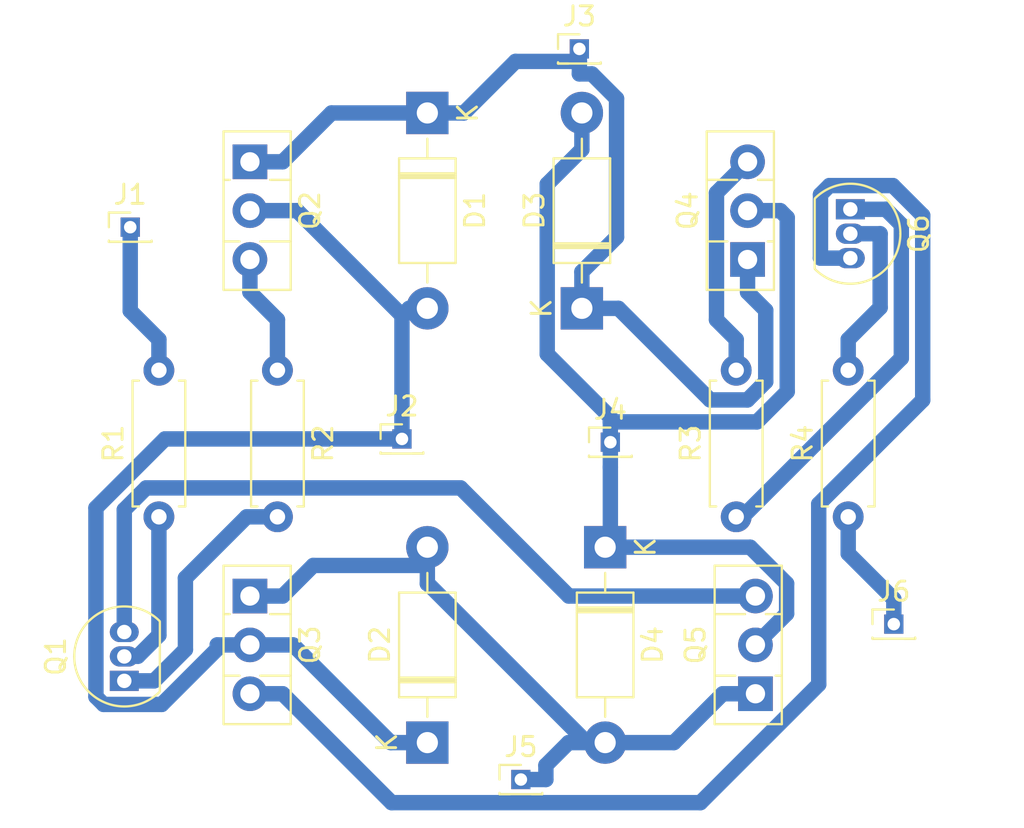
<source format=kicad_pcb>
(kicad_pcb (version 20171130) (host pcbnew "(5.1.6)-1")

  (general
    (thickness 1.6)
    (drawings 0)
    (tracks 118)
    (zones 0)
    (modules 20)
    (nets 15)
  )

  (page A4)
  (layers
    (0 F.Cu signal)
    (31 B.Cu signal)
    (32 B.Adhes user)
    (33 F.Adhes user)
    (34 B.Paste user)
    (35 F.Paste user)
    (36 B.SilkS user)
    (37 F.SilkS user)
    (38 B.Mask user)
    (39 F.Mask user)
    (40 Dwgs.User user)
    (41 Cmts.User user)
    (42 Eco1.User user)
    (43 Eco2.User user)
    (44 Edge.Cuts user)
    (45 Margin user)
    (46 B.CrtYd user)
    (47 F.CrtYd user)
    (48 B.Fab user)
    (49 F.Fab user)
  )

  (setup
    (last_trace_width 0.8)
    (trace_clearance 0.3)
    (zone_clearance 0.508)
    (zone_45_only no)
    (trace_min 0.2)
    (via_size 0.8)
    (via_drill 0.4)
    (via_min_size 0.4)
    (via_min_drill 0.3)
    (uvia_size 0.3)
    (uvia_drill 0.1)
    (uvias_allowed no)
    (uvia_min_size 0.2)
    (uvia_min_drill 0.1)
    (edge_width 0.05)
    (segment_width 0.2)
    (pcb_text_width 0.3)
    (pcb_text_size 1.5 1.5)
    (mod_edge_width 0.12)
    (mod_text_size 1 1)
    (mod_text_width 0.15)
    (pad_size 1.524 1.524)
    (pad_drill 0.762)
    (pad_to_mask_clearance 0.05)
    (aux_axis_origin 107.08 100.06)
    (visible_elements 7FFFFFFF)
    (pcbplotparams
      (layerselection 0x010fc_fffffffe)
      (usegerberextensions false)
      (usegerberattributes true)
      (usegerberadvancedattributes true)
      (creategerberjobfile true)
      (excludeedgelayer true)
      (linewidth 0.100000)
      (plotframeref false)
      (viasonmask false)
      (mode 1)
      (useauxorigin true)
      (hpglpennumber 1)
      (hpglpenspeed 20)
      (hpglpendiameter 15.000000)
      (psnegative false)
      (psa4output false)
      (plotreference true)
      (plotvalue true)
      (plotinvisibletext false)
      (padsonsilk false)
      (subtractmaskfromsilk false)
      (outputformat 1)
      (mirror false)
      (drillshape 0)
      (scaleselection 1)
      (outputdirectory "gerber"))
  )

  (net 0 "")
  (net 1 "Net-(D1-Pad1)")
  (net 2 "Net-(D1-Pad2)")
  (net 3 GND)
  (net 4 "Net-(D3-Pad2)")
  (net 5 "Net-(J1-Pad1)")
  (net 6 "Net-(J6-Pad1)")
  (net 7 "Net-(Q1-Pad2)")
  (net 8 "Net-(Q1-Pad3)")
  (net 9 "Net-(Q1-Pad1)")
  (net 10 "Net-(Q2-Pad3)")
  (net 11 "Net-(Q3-Pad3)")
  (net 12 "Net-(Q4-Pad3)")
  (net 13 "Net-(Q6-Pad1)")
  (net 14 "Net-(Q6-Pad2)")

  (net_class Default "This is the default net class."
    (clearance 0.3)
    (trace_width 0.8)
    (via_dia 0.8)
    (via_drill 0.4)
    (uvia_dia 0.3)
    (uvia_drill 0.1)
    (add_net GND)
    (add_net "Net-(D1-Pad1)")
    (add_net "Net-(D1-Pad2)")
    (add_net "Net-(D3-Pad2)")
    (add_net "Net-(J1-Pad1)")
    (add_net "Net-(J6-Pad1)")
    (add_net "Net-(Q1-Pad1)")
    (add_net "Net-(Q1-Pad2)")
    (add_net "Net-(Q1-Pad3)")
    (add_net "Net-(Q2-Pad3)")
    (add_net "Net-(Q3-Pad3)")
    (add_net "Net-(Q4-Pad3)")
    (add_net "Net-(Q6-Pad1)")
    (add_net "Net-(Q6-Pad2)")
  )

  (module Package_TO_SOT_THT:TO-126-3_Vertical (layer F.Cu) (tedit 5AC8BA0D) (tstamp 5FA60E09)
    (at 117.63 86.89 270)
    (descr "TO-126-3, Vertical, RM 2.54mm, see https://www.diodes.com/assets/Package-Files/TO126.pdf")
    (tags "TO-126-3 Vertical RM 2.54mm")
    (path /5FA5A5DC)
    (fp_text reference Q3 (at 2.54 -3.12 90) (layer F.SilkS)
      (effects (font (size 1 1) (thickness 0.15)))
    )
    (fp_text value BD139 (at 2.54 2.5 90) (layer F.Fab)
      (effects (font (size 1 1) (thickness 0.15)))
    )
    (fp_line (start -1.46 -2) (end -1.46 1.25) (layer F.Fab) (width 0.1))
    (fp_line (start -1.46 1.25) (end 6.54 1.25) (layer F.Fab) (width 0.1))
    (fp_line (start 6.54 1.25) (end 6.54 -2) (layer F.Fab) (width 0.1))
    (fp_line (start 6.54 -2) (end -1.46 -2) (layer F.Fab) (width 0.1))
    (fp_line (start 0.94 -2) (end 0.94 1.25) (layer F.Fab) (width 0.1))
    (fp_line (start 4.14 -2) (end 4.14 1.25) (layer F.Fab) (width 0.1))
    (fp_line (start -1.58 -2.12) (end 6.66 -2.12) (layer F.SilkS) (width 0.12))
    (fp_line (start -1.58 1.37) (end 6.66 1.37) (layer F.SilkS) (width 0.12))
    (fp_line (start -1.58 -2.12) (end -1.58 1.37) (layer F.SilkS) (width 0.12))
    (fp_line (start 6.66 -2.12) (end 6.66 1.37) (layer F.SilkS) (width 0.12))
    (fp_line (start 0.94 -2.12) (end 0.94 -1.05) (layer F.SilkS) (width 0.12))
    (fp_line (start 0.94 1.05) (end 0.94 1.37) (layer F.SilkS) (width 0.12))
    (fp_line (start 4.141 -2.12) (end 4.141 -0.54) (layer F.SilkS) (width 0.12))
    (fp_line (start 4.141 0.54) (end 4.141 1.37) (layer F.SilkS) (width 0.12))
    (fp_line (start -1.71 -2.25) (end -1.71 1.5) (layer F.CrtYd) (width 0.05))
    (fp_line (start -1.71 1.5) (end 6.79 1.5) (layer F.CrtYd) (width 0.05))
    (fp_line (start 6.79 1.5) (end 6.79 -2.25) (layer F.CrtYd) (width 0.05))
    (fp_line (start 6.79 -2.25) (end -1.71 -2.25) (layer F.CrtYd) (width 0.05))
    (fp_text user %R (at 2.54 -3.12 90) (layer F.Fab)
      (effects (font (size 1 1) (thickness 0.15)))
    )
    (pad 3 thru_hole oval (at 5.08 0 270) (size 1.8 1.8) (drill 1) (layers *.Cu *.Mask)
      (net 11 "Net-(Q3-Pad3)"))
    (pad 2 thru_hole oval (at 2.54 0 270) (size 1.8 1.8) (drill 1) (layers *.Cu *.Mask)
      (net 2 "Net-(D1-Pad2)"))
    (pad 1 thru_hole rect (at 0 0 270) (size 1.8 1.8) (drill 1) (layers *.Cu *.Mask)
      (net 3 GND))
    (model ${KISYS3DMOD}/Package_TO_SOT_THT.3dshapes/TO-126-3_Vertical.wrl
      (at (xyz 0 0 0))
      (scale (xyz 1 1 1))
      (rotate (xyz 0 0 0))
    )
  )

  (module Resistor_THT:R_Axial_DIN0207_L6.3mm_D2.5mm_P7.62mm_Horizontal (layer F.Cu) (tedit 5AE5139B) (tstamp 5FA60EAB)
    (at 148.72 82.77 90)
    (descr "Resistor, Axial_DIN0207 series, Axial, Horizontal, pin pitch=7.62mm, 0.25W = 1/4W, length*diameter=6.3*2.5mm^2, http://cdn-reichelt.de/documents/datenblatt/B400/1_4W%23YAG.pdf")
    (tags "Resistor Axial_DIN0207 series Axial Horizontal pin pitch 7.62mm 0.25W = 1/4W length 6.3mm diameter 2.5mm")
    (path /5FA62D7C)
    (fp_text reference R4 (at 3.81 -2.37 90) (layer F.SilkS)
      (effects (font (size 1 1) (thickness 0.15)))
    )
    (fp_text value R (at 3.81 2.37 90) (layer F.Fab)
      (effects (font (size 1 1) (thickness 0.15)))
    )
    (fp_line (start 8.67 -1.5) (end -1.05 -1.5) (layer F.CrtYd) (width 0.05))
    (fp_line (start 8.67 1.5) (end 8.67 -1.5) (layer F.CrtYd) (width 0.05))
    (fp_line (start -1.05 1.5) (end 8.67 1.5) (layer F.CrtYd) (width 0.05))
    (fp_line (start -1.05 -1.5) (end -1.05 1.5) (layer F.CrtYd) (width 0.05))
    (fp_line (start 7.08 1.37) (end 7.08 1.04) (layer F.SilkS) (width 0.12))
    (fp_line (start 0.54 1.37) (end 7.08 1.37) (layer F.SilkS) (width 0.12))
    (fp_line (start 0.54 1.04) (end 0.54 1.37) (layer F.SilkS) (width 0.12))
    (fp_line (start 7.08 -1.37) (end 7.08 -1.04) (layer F.SilkS) (width 0.12))
    (fp_line (start 0.54 -1.37) (end 7.08 -1.37) (layer F.SilkS) (width 0.12))
    (fp_line (start 0.54 -1.04) (end 0.54 -1.37) (layer F.SilkS) (width 0.12))
    (fp_line (start 7.62 0) (end 6.96 0) (layer F.Fab) (width 0.1))
    (fp_line (start 0 0) (end 0.66 0) (layer F.Fab) (width 0.1))
    (fp_line (start 6.96 -1.25) (end 0.66 -1.25) (layer F.Fab) (width 0.1))
    (fp_line (start 6.96 1.25) (end 6.96 -1.25) (layer F.Fab) (width 0.1))
    (fp_line (start 0.66 1.25) (end 6.96 1.25) (layer F.Fab) (width 0.1))
    (fp_line (start 0.66 -1.25) (end 0.66 1.25) (layer F.Fab) (width 0.1))
    (fp_text user %R (at 3.81 0 90) (layer F.Fab)
      (effects (font (size 1 1) (thickness 0.15)))
    )
    (pad 1 thru_hole circle (at 0 0 90) (size 1.6 1.6) (drill 0.8) (layers *.Cu *.Mask)
      (net 6 "Net-(J6-Pad1)"))
    (pad 2 thru_hole oval (at 7.62 0 90) (size 1.6 1.6) (drill 0.8) (layers *.Cu *.Mask)
      (net 14 "Net-(Q6-Pad2)"))
    (model ${KISYS3DMOD}/Resistor_THT.3dshapes/R_Axial_DIN0207_L6.3mm_D2.5mm_P7.62mm_Horizontal.wrl
      (at (xyz 0 0 0))
      (scale (xyz 1 1 1))
      (rotate (xyz 0 0 0))
    )
  )

  (module Connector_PinHeader_1.27mm:PinHeader_1x01_P1.27mm_Vertical (layer F.Cu) (tedit 59FED6E3) (tstamp 5FA60D81)
    (at 134.75 58.44)
    (descr "Through hole straight pin header, 1x01, 1.27mm pitch, single row")
    (tags "Through hole pin header THT 1x01 1.27mm single row")
    (path /5FA7C41D)
    (fp_text reference J3 (at 0 -1.695) (layer F.SilkS)
      (effects (font (size 1 1) (thickness 0.15)))
    )
    (fp_text value Conn_01x01_Male (at 0 1.695) (layer F.Fab)
      (effects (font (size 1 1) (thickness 0.15)))
    )
    (fp_line (start 1.55 -1.15) (end -1.55 -1.15) (layer F.CrtYd) (width 0.05))
    (fp_line (start 1.55 1.15) (end 1.55 -1.15) (layer F.CrtYd) (width 0.05))
    (fp_line (start -1.55 1.15) (end 1.55 1.15) (layer F.CrtYd) (width 0.05))
    (fp_line (start -1.55 -1.15) (end -1.55 1.15) (layer F.CrtYd) (width 0.05))
    (fp_line (start -1.11 -0.76) (end 0 -0.76) (layer F.SilkS) (width 0.12))
    (fp_line (start -1.11 0) (end -1.11 -0.76) (layer F.SilkS) (width 0.12))
    (fp_line (start 0.563471 0.76) (end 1.11 0.76) (layer F.SilkS) (width 0.12))
    (fp_line (start -1.11 0.76) (end -0.563471 0.76) (layer F.SilkS) (width 0.12))
    (fp_line (start 1.11 0.76) (end 1.11 0.695) (layer F.SilkS) (width 0.12))
    (fp_line (start -1.11 0.76) (end -1.11 0.695) (layer F.SilkS) (width 0.12))
    (fp_line (start -1.11 0.76) (end 1.11 0.76) (layer F.SilkS) (width 0.12))
    (fp_line (start -1.05 -0.11) (end -0.525 -0.635) (layer F.Fab) (width 0.1))
    (fp_line (start -1.05 0.635) (end -1.05 -0.11) (layer F.Fab) (width 0.1))
    (fp_line (start 1.05 0.635) (end -1.05 0.635) (layer F.Fab) (width 0.1))
    (fp_line (start 1.05 -0.635) (end 1.05 0.635) (layer F.Fab) (width 0.1))
    (fp_line (start -0.525 -0.635) (end 1.05 -0.635) (layer F.Fab) (width 0.1))
    (fp_text user %R (at 0 0 90) (layer F.Fab)
      (effects (font (size 1 1) (thickness 0.15)))
    )
    (pad 1 thru_hole rect (at 0 0) (size 1 1) (drill 0.65) (layers *.Cu *.Mask)
      (net 1 "Net-(D1-Pad1)"))
    (model ${KISYS3DMOD}/Connector_PinHeader_1.27mm.3dshapes/PinHeader_1x01_P1.27mm_Vertical.wrl
      (at (xyz 0 0 0))
      (scale (xyz 1 1 1))
      (rotate (xyz 0 0 0))
    )
  )

  (module Package_TO_SOT_THT:TO-126-3_Vertical (layer F.Cu) (tedit 5AC8BA0D) (tstamp 5FA60E3D)
    (at 143.9 91.97 90)
    (descr "TO-126-3, Vertical, RM 2.54mm, see https://www.diodes.com/assets/Package-Files/TO126.pdf")
    (tags "TO-126-3 Vertical RM 2.54mm")
    (path /5FA5BC3E)
    (fp_text reference Q5 (at 2.54 -3.12 90) (layer F.SilkS)
      (effects (font (size 1 1) (thickness 0.15)))
    )
    (fp_text value BD139 (at 2.54 2.5 90) (layer F.Fab)
      (effects (font (size 1 1) (thickness 0.15)))
    )
    (fp_line (start 6.79 -2.25) (end -1.71 -2.25) (layer F.CrtYd) (width 0.05))
    (fp_line (start 6.79 1.5) (end 6.79 -2.25) (layer F.CrtYd) (width 0.05))
    (fp_line (start -1.71 1.5) (end 6.79 1.5) (layer F.CrtYd) (width 0.05))
    (fp_line (start -1.71 -2.25) (end -1.71 1.5) (layer F.CrtYd) (width 0.05))
    (fp_line (start 4.141 0.54) (end 4.141 1.37) (layer F.SilkS) (width 0.12))
    (fp_line (start 4.141 -2.12) (end 4.141 -0.54) (layer F.SilkS) (width 0.12))
    (fp_line (start 0.94 1.05) (end 0.94 1.37) (layer F.SilkS) (width 0.12))
    (fp_line (start 0.94 -2.12) (end 0.94 -1.05) (layer F.SilkS) (width 0.12))
    (fp_line (start 6.66 -2.12) (end 6.66 1.37) (layer F.SilkS) (width 0.12))
    (fp_line (start -1.58 -2.12) (end -1.58 1.37) (layer F.SilkS) (width 0.12))
    (fp_line (start -1.58 1.37) (end 6.66 1.37) (layer F.SilkS) (width 0.12))
    (fp_line (start -1.58 -2.12) (end 6.66 -2.12) (layer F.SilkS) (width 0.12))
    (fp_line (start 4.14 -2) (end 4.14 1.25) (layer F.Fab) (width 0.1))
    (fp_line (start 0.94 -2) (end 0.94 1.25) (layer F.Fab) (width 0.1))
    (fp_line (start 6.54 -2) (end -1.46 -2) (layer F.Fab) (width 0.1))
    (fp_line (start 6.54 1.25) (end 6.54 -2) (layer F.Fab) (width 0.1))
    (fp_line (start -1.46 1.25) (end 6.54 1.25) (layer F.Fab) (width 0.1))
    (fp_line (start -1.46 -2) (end -1.46 1.25) (layer F.Fab) (width 0.1))
    (fp_text user %R (at 2.54 -3.12 90) (layer F.Fab)
      (effects (font (size 1 1) (thickness 0.15)))
    )
    (pad 1 thru_hole rect (at 0 0 90) (size 1.8 1.8) (drill 1) (layers *.Cu *.Mask)
      (net 3 GND))
    (pad 2 thru_hole oval (at 2.54 0 90) (size 1.8 1.8) (drill 1) (layers *.Cu *.Mask)
      (net 4 "Net-(D3-Pad2)"))
    (pad 3 thru_hole oval (at 5.08 0 90) (size 1.8 1.8) (drill 1) (layers *.Cu *.Mask)
      (net 8 "Net-(Q1-Pad3)"))
    (model ${KISYS3DMOD}/Package_TO_SOT_THT.3dshapes/TO-126-3_Vertical.wrl
      (at (xyz 0 0 0))
      (scale (xyz 1 1 1))
      (rotate (xyz 0 0 0))
    )
  )

  (module Diode_THT:D_DO-41_SOD81_P10.16mm_Horizontal (layer F.Cu) (tedit 5AE50CD5) (tstamp 5FA60CE2)
    (at 126.85 61.77 270)
    (descr "Diode, DO-41_SOD81 series, Axial, Horizontal, pin pitch=10.16mm, , length*diameter=5.2*2.7mm^2, , http://www.diodes.com/_files/packages/DO-41%20(Plastic).pdf")
    (tags "Diode DO-41_SOD81 series Axial Horizontal pin pitch 10.16mm  length 5.2mm diameter 2.7mm")
    (path /5FA64925)
    (fp_text reference D1 (at 5.08 -2.47 90) (layer F.SilkS)
      (effects (font (size 1 1) (thickness 0.15)))
    )
    (fp_text value 1N4001 (at 5.08 2.47 90) (layer F.Fab)
      (effects (font (size 1 1) (thickness 0.15)))
    )
    (fp_line (start 11.51 -1.6) (end -1.35 -1.6) (layer F.CrtYd) (width 0.05))
    (fp_line (start 11.51 1.6) (end 11.51 -1.6) (layer F.CrtYd) (width 0.05))
    (fp_line (start -1.35 1.6) (end 11.51 1.6) (layer F.CrtYd) (width 0.05))
    (fp_line (start -1.35 -1.6) (end -1.35 1.6) (layer F.CrtYd) (width 0.05))
    (fp_line (start 3.14 -1.47) (end 3.14 1.47) (layer F.SilkS) (width 0.12))
    (fp_line (start 3.38 -1.47) (end 3.38 1.47) (layer F.SilkS) (width 0.12))
    (fp_line (start 3.26 -1.47) (end 3.26 1.47) (layer F.SilkS) (width 0.12))
    (fp_line (start 8.82 0) (end 7.8 0) (layer F.SilkS) (width 0.12))
    (fp_line (start 1.34 0) (end 2.36 0) (layer F.SilkS) (width 0.12))
    (fp_line (start 7.8 -1.47) (end 2.36 -1.47) (layer F.SilkS) (width 0.12))
    (fp_line (start 7.8 1.47) (end 7.8 -1.47) (layer F.SilkS) (width 0.12))
    (fp_line (start 2.36 1.47) (end 7.8 1.47) (layer F.SilkS) (width 0.12))
    (fp_line (start 2.36 -1.47) (end 2.36 1.47) (layer F.SilkS) (width 0.12))
    (fp_line (start 3.16 -1.35) (end 3.16 1.35) (layer F.Fab) (width 0.1))
    (fp_line (start 3.36 -1.35) (end 3.36 1.35) (layer F.Fab) (width 0.1))
    (fp_line (start 3.26 -1.35) (end 3.26 1.35) (layer F.Fab) (width 0.1))
    (fp_line (start 10.16 0) (end 7.68 0) (layer F.Fab) (width 0.1))
    (fp_line (start 0 0) (end 2.48 0) (layer F.Fab) (width 0.1))
    (fp_line (start 7.68 -1.35) (end 2.48 -1.35) (layer F.Fab) (width 0.1))
    (fp_line (start 7.68 1.35) (end 7.68 -1.35) (layer F.Fab) (width 0.1))
    (fp_line (start 2.48 1.35) (end 7.68 1.35) (layer F.Fab) (width 0.1))
    (fp_line (start 2.48 -1.35) (end 2.48 1.35) (layer F.Fab) (width 0.1))
    (fp_text user %R (at 5.47 0 90) (layer F.Fab)
      (effects (font (size 1 1) (thickness 0.15)))
    )
    (fp_text user K (at 0 -2.1 90) (layer F.Fab)
      (effects (font (size 1 1) (thickness 0.15)))
    )
    (fp_text user K (at 0 -2.1 90) (layer F.SilkS)
      (effects (font (size 1 1) (thickness 0.15)))
    )
    (pad 1 thru_hole rect (at 0 0 270) (size 2.2 2.2) (drill 1.1) (layers *.Cu *.Mask)
      (net 1 "Net-(D1-Pad1)"))
    (pad 2 thru_hole oval (at 10.16 0 270) (size 2.2 2.2) (drill 1.1) (layers *.Cu *.Mask)
      (net 2 "Net-(D1-Pad2)"))
    (model ${KISYS3DMOD}/Diode_THT.3dshapes/D_DO-41_SOD81_P10.16mm_Horizontal.wrl
      (at (xyz 0 0 0))
      (scale (xyz 1 1 1))
      (rotate (xyz 0 0 0))
    )
  )

  (module Diode_THT:D_DO-41_SOD81_P10.16mm_Horizontal (layer F.Cu) (tedit 5AE50CD5) (tstamp 5FA60D01)
    (at 126.85 94.51 90)
    (descr "Diode, DO-41_SOD81 series, Axial, Horizontal, pin pitch=10.16mm, , length*diameter=5.2*2.7mm^2, , http://www.diodes.com/_files/packages/DO-41%20(Plastic).pdf")
    (tags "Diode DO-41_SOD81 series Axial Horizontal pin pitch 10.16mm  length 5.2mm diameter 2.7mm")
    (path /5FA65B20)
    (fp_text reference D2 (at 5.08 -2.47 90) (layer F.SilkS)
      (effects (font (size 1 1) (thickness 0.15)))
    )
    (fp_text value 1N4001 (at 5.08 2.47 90) (layer F.Fab)
      (effects (font (size 1 1) (thickness 0.15)))
    )
    (fp_line (start 11.51 -1.6) (end -1.35 -1.6) (layer F.CrtYd) (width 0.05))
    (fp_line (start 11.51 1.6) (end 11.51 -1.6) (layer F.CrtYd) (width 0.05))
    (fp_line (start -1.35 1.6) (end 11.51 1.6) (layer F.CrtYd) (width 0.05))
    (fp_line (start -1.35 -1.6) (end -1.35 1.6) (layer F.CrtYd) (width 0.05))
    (fp_line (start 3.14 -1.47) (end 3.14 1.47) (layer F.SilkS) (width 0.12))
    (fp_line (start 3.38 -1.47) (end 3.38 1.47) (layer F.SilkS) (width 0.12))
    (fp_line (start 3.26 -1.47) (end 3.26 1.47) (layer F.SilkS) (width 0.12))
    (fp_line (start 8.82 0) (end 7.8 0) (layer F.SilkS) (width 0.12))
    (fp_line (start 1.34 0) (end 2.36 0) (layer F.SilkS) (width 0.12))
    (fp_line (start 7.8 -1.47) (end 2.36 -1.47) (layer F.SilkS) (width 0.12))
    (fp_line (start 7.8 1.47) (end 7.8 -1.47) (layer F.SilkS) (width 0.12))
    (fp_line (start 2.36 1.47) (end 7.8 1.47) (layer F.SilkS) (width 0.12))
    (fp_line (start 2.36 -1.47) (end 2.36 1.47) (layer F.SilkS) (width 0.12))
    (fp_line (start 3.16 -1.35) (end 3.16 1.35) (layer F.Fab) (width 0.1))
    (fp_line (start 3.36 -1.35) (end 3.36 1.35) (layer F.Fab) (width 0.1))
    (fp_line (start 3.26 -1.35) (end 3.26 1.35) (layer F.Fab) (width 0.1))
    (fp_line (start 10.16 0) (end 7.68 0) (layer F.Fab) (width 0.1))
    (fp_line (start 0 0) (end 2.48 0) (layer F.Fab) (width 0.1))
    (fp_line (start 7.68 -1.35) (end 2.48 -1.35) (layer F.Fab) (width 0.1))
    (fp_line (start 7.68 1.35) (end 7.68 -1.35) (layer F.Fab) (width 0.1))
    (fp_line (start 2.48 1.35) (end 7.68 1.35) (layer F.Fab) (width 0.1))
    (fp_line (start 2.48 -1.35) (end 2.48 1.35) (layer F.Fab) (width 0.1))
    (fp_text user %R (at 5.47 0 90) (layer F.Fab)
      (effects (font (size 1 1) (thickness 0.15)))
    )
    (fp_text user K (at 0 -2.1 90) (layer F.Fab)
      (effects (font (size 1 1) (thickness 0.15)))
    )
    (fp_text user K (at 0 -2.1 90) (layer F.SilkS)
      (effects (font (size 1 1) (thickness 0.15)))
    )
    (pad 1 thru_hole rect (at 0 0 90) (size 2.2 2.2) (drill 1.1) (layers *.Cu *.Mask)
      (net 2 "Net-(D1-Pad2)"))
    (pad 2 thru_hole oval (at 10.16 0 90) (size 2.2 2.2) (drill 1.1) (layers *.Cu *.Mask)
      (net 3 GND))
    (model ${KISYS3DMOD}/Diode_THT.3dshapes/D_DO-41_SOD81_P10.16mm_Horizontal.wrl
      (at (xyz 0 0 0))
      (scale (xyz 1 1 1))
      (rotate (xyz 0 0 0))
    )
  )

  (module Diode_THT:D_DO-41_SOD81_P10.16mm_Horizontal (layer F.Cu) (tedit 5AE50CD5) (tstamp 5FA60D20)
    (at 134.88 71.93 90)
    (descr "Diode, DO-41_SOD81 series, Axial, Horizontal, pin pitch=10.16mm, , length*diameter=5.2*2.7mm^2, , http://www.diodes.com/_files/packages/DO-41%20(Plastic).pdf")
    (tags "Diode DO-41_SOD81 series Axial Horizontal pin pitch 10.16mm  length 5.2mm diameter 2.7mm")
    (path /5FA6558F)
    (fp_text reference D3 (at 5.08 -2.47 90) (layer F.SilkS)
      (effects (font (size 1 1) (thickness 0.15)))
    )
    (fp_text value 1N4001 (at 5.08 2.47 90) (layer F.Fab)
      (effects (font (size 1 1) (thickness 0.15)))
    )
    (fp_line (start 2.48 -1.35) (end 2.48 1.35) (layer F.Fab) (width 0.1))
    (fp_line (start 2.48 1.35) (end 7.68 1.35) (layer F.Fab) (width 0.1))
    (fp_line (start 7.68 1.35) (end 7.68 -1.35) (layer F.Fab) (width 0.1))
    (fp_line (start 7.68 -1.35) (end 2.48 -1.35) (layer F.Fab) (width 0.1))
    (fp_line (start 0 0) (end 2.48 0) (layer F.Fab) (width 0.1))
    (fp_line (start 10.16 0) (end 7.68 0) (layer F.Fab) (width 0.1))
    (fp_line (start 3.26 -1.35) (end 3.26 1.35) (layer F.Fab) (width 0.1))
    (fp_line (start 3.36 -1.35) (end 3.36 1.35) (layer F.Fab) (width 0.1))
    (fp_line (start 3.16 -1.35) (end 3.16 1.35) (layer F.Fab) (width 0.1))
    (fp_line (start 2.36 -1.47) (end 2.36 1.47) (layer F.SilkS) (width 0.12))
    (fp_line (start 2.36 1.47) (end 7.8 1.47) (layer F.SilkS) (width 0.12))
    (fp_line (start 7.8 1.47) (end 7.8 -1.47) (layer F.SilkS) (width 0.12))
    (fp_line (start 7.8 -1.47) (end 2.36 -1.47) (layer F.SilkS) (width 0.12))
    (fp_line (start 1.34 0) (end 2.36 0) (layer F.SilkS) (width 0.12))
    (fp_line (start 8.82 0) (end 7.8 0) (layer F.SilkS) (width 0.12))
    (fp_line (start 3.26 -1.47) (end 3.26 1.47) (layer F.SilkS) (width 0.12))
    (fp_line (start 3.38 -1.47) (end 3.38 1.47) (layer F.SilkS) (width 0.12))
    (fp_line (start 3.14 -1.47) (end 3.14 1.47) (layer F.SilkS) (width 0.12))
    (fp_line (start -1.35 -1.6) (end -1.35 1.6) (layer F.CrtYd) (width 0.05))
    (fp_line (start -1.35 1.6) (end 11.51 1.6) (layer F.CrtYd) (width 0.05))
    (fp_line (start 11.51 1.6) (end 11.51 -1.6) (layer F.CrtYd) (width 0.05))
    (fp_line (start 11.51 -1.6) (end -1.35 -1.6) (layer F.CrtYd) (width 0.05))
    (fp_text user K (at 0 -2.1 90) (layer F.SilkS)
      (effects (font (size 1 1) (thickness 0.15)))
    )
    (fp_text user K (at 0 -2.1 90) (layer F.Fab)
      (effects (font (size 1 1) (thickness 0.15)))
    )
    (fp_text user %R (at 5.47 0 90) (layer F.Fab)
      (effects (font (size 1 1) (thickness 0.15)))
    )
    (pad 2 thru_hole oval (at 10.16 0 90) (size 2.2 2.2) (drill 1.1) (layers *.Cu *.Mask)
      (net 4 "Net-(D3-Pad2)"))
    (pad 1 thru_hole rect (at 0 0 90) (size 2.2 2.2) (drill 1.1) (layers *.Cu *.Mask)
      (net 1 "Net-(D1-Pad1)"))
    (model ${KISYS3DMOD}/Diode_THT.3dshapes/D_DO-41_SOD81_P10.16mm_Horizontal.wrl
      (at (xyz 0 0 0))
      (scale (xyz 1 1 1))
      (rotate (xyz 0 0 0))
    )
  )

  (module Diode_THT:D_DO-41_SOD81_P10.16mm_Horizontal (layer F.Cu) (tedit 5AE50CD5) (tstamp 5FA60D3F)
    (at 136.09 84.35 270)
    (descr "Diode, DO-41_SOD81 series, Axial, Horizontal, pin pitch=10.16mm, , length*diameter=5.2*2.7mm^2, , http://www.diodes.com/_files/packages/DO-41%20(Plastic).pdf")
    (tags "Diode DO-41_SOD81 series Axial Horizontal pin pitch 10.16mm  length 5.2mm diameter 2.7mm")
    (path /5FA66A93)
    (fp_text reference D4 (at 5.08 -2.47 90) (layer F.SilkS)
      (effects (font (size 1 1) (thickness 0.15)))
    )
    (fp_text value 1N4001 (at 5.08 2.47 90) (layer F.Fab)
      (effects (font (size 1 1) (thickness 0.15)))
    )
    (fp_line (start 2.48 -1.35) (end 2.48 1.35) (layer F.Fab) (width 0.1))
    (fp_line (start 2.48 1.35) (end 7.68 1.35) (layer F.Fab) (width 0.1))
    (fp_line (start 7.68 1.35) (end 7.68 -1.35) (layer F.Fab) (width 0.1))
    (fp_line (start 7.68 -1.35) (end 2.48 -1.35) (layer F.Fab) (width 0.1))
    (fp_line (start 0 0) (end 2.48 0) (layer F.Fab) (width 0.1))
    (fp_line (start 10.16 0) (end 7.68 0) (layer F.Fab) (width 0.1))
    (fp_line (start 3.26 -1.35) (end 3.26 1.35) (layer F.Fab) (width 0.1))
    (fp_line (start 3.36 -1.35) (end 3.36 1.35) (layer F.Fab) (width 0.1))
    (fp_line (start 3.16 -1.35) (end 3.16 1.35) (layer F.Fab) (width 0.1))
    (fp_line (start 2.36 -1.47) (end 2.36 1.47) (layer F.SilkS) (width 0.12))
    (fp_line (start 2.36 1.47) (end 7.8 1.47) (layer F.SilkS) (width 0.12))
    (fp_line (start 7.8 1.47) (end 7.8 -1.47) (layer F.SilkS) (width 0.12))
    (fp_line (start 7.8 -1.47) (end 2.36 -1.47) (layer F.SilkS) (width 0.12))
    (fp_line (start 1.34 0) (end 2.36 0) (layer F.SilkS) (width 0.12))
    (fp_line (start 8.82 0) (end 7.8 0) (layer F.SilkS) (width 0.12))
    (fp_line (start 3.26 -1.47) (end 3.26 1.47) (layer F.SilkS) (width 0.12))
    (fp_line (start 3.38 -1.47) (end 3.38 1.47) (layer F.SilkS) (width 0.12))
    (fp_line (start 3.14 -1.47) (end 3.14 1.47) (layer F.SilkS) (width 0.12))
    (fp_line (start -1.35 -1.6) (end -1.35 1.6) (layer F.CrtYd) (width 0.05))
    (fp_line (start -1.35 1.6) (end 11.51 1.6) (layer F.CrtYd) (width 0.05))
    (fp_line (start 11.51 1.6) (end 11.51 -1.6) (layer F.CrtYd) (width 0.05))
    (fp_line (start 11.51 -1.6) (end -1.35 -1.6) (layer F.CrtYd) (width 0.05))
    (fp_text user K (at 0 -2.1 90) (layer F.SilkS)
      (effects (font (size 1 1) (thickness 0.15)))
    )
    (fp_text user K (at 0 -2.1 90) (layer F.Fab)
      (effects (font (size 1 1) (thickness 0.15)))
    )
    (fp_text user %R (at 5.47 0 90) (layer F.Fab)
      (effects (font (size 1 1) (thickness 0.15)))
    )
    (pad 2 thru_hole oval (at 10.16 0 270) (size 2.2 2.2) (drill 1.1) (layers *.Cu *.Mask)
      (net 3 GND))
    (pad 1 thru_hole rect (at 0 0 270) (size 2.2 2.2) (drill 1.1) (layers *.Cu *.Mask)
      (net 4 "Net-(D3-Pad2)"))
    (model ${KISYS3DMOD}/Diode_THT.3dshapes/D_DO-41_SOD81_P10.16mm_Horizontal.wrl
      (at (xyz 0 0 0))
      (scale (xyz 1 1 1))
      (rotate (xyz 0 0 0))
    )
  )

  (module Connector_PinHeader_1.27mm:PinHeader_1x01_P1.27mm_Vertical (layer F.Cu) (tedit 59FED6E3) (tstamp 5FA60D55)
    (at 111.41 67.71)
    (descr "Through hole straight pin header, 1x01, 1.27mm pitch, single row")
    (tags "Through hole pin header THT 1x01 1.27mm single row")
    (path /5FA7A069)
    (fp_text reference J1 (at 0 -1.695) (layer F.SilkS)
      (effects (font (size 1 1) (thickness 0.15)))
    )
    (fp_text value Conn_01x01_Male (at 0 1.695) (layer F.Fab)
      (effects (font (size 1 1) (thickness 0.15)))
    )
    (fp_line (start 1.55 -1.15) (end -1.55 -1.15) (layer F.CrtYd) (width 0.05))
    (fp_line (start 1.55 1.15) (end 1.55 -1.15) (layer F.CrtYd) (width 0.05))
    (fp_line (start -1.55 1.15) (end 1.55 1.15) (layer F.CrtYd) (width 0.05))
    (fp_line (start -1.55 -1.15) (end -1.55 1.15) (layer F.CrtYd) (width 0.05))
    (fp_line (start -1.11 -0.76) (end 0 -0.76) (layer F.SilkS) (width 0.12))
    (fp_line (start -1.11 0) (end -1.11 -0.76) (layer F.SilkS) (width 0.12))
    (fp_line (start 0.563471 0.76) (end 1.11 0.76) (layer F.SilkS) (width 0.12))
    (fp_line (start -1.11 0.76) (end -0.563471 0.76) (layer F.SilkS) (width 0.12))
    (fp_line (start 1.11 0.76) (end 1.11 0.695) (layer F.SilkS) (width 0.12))
    (fp_line (start -1.11 0.76) (end -1.11 0.695) (layer F.SilkS) (width 0.12))
    (fp_line (start -1.11 0.76) (end 1.11 0.76) (layer F.SilkS) (width 0.12))
    (fp_line (start -1.05 -0.11) (end -0.525 -0.635) (layer F.Fab) (width 0.1))
    (fp_line (start -1.05 0.635) (end -1.05 -0.11) (layer F.Fab) (width 0.1))
    (fp_line (start 1.05 0.635) (end -1.05 0.635) (layer F.Fab) (width 0.1))
    (fp_line (start 1.05 -0.635) (end 1.05 0.635) (layer F.Fab) (width 0.1))
    (fp_line (start -0.525 -0.635) (end 1.05 -0.635) (layer F.Fab) (width 0.1))
    (fp_text user %R (at 0 0 90) (layer F.Fab)
      (effects (font (size 1 1) (thickness 0.15)))
    )
    (pad 1 thru_hole rect (at 0 0) (size 1 1) (drill 0.65) (layers *.Cu *.Mask)
      (net 5 "Net-(J1-Pad1)"))
    (model ${KISYS3DMOD}/Connector_PinHeader_1.27mm.3dshapes/PinHeader_1x01_P1.27mm_Vertical.wrl
      (at (xyz 0 0 0))
      (scale (xyz 1 1 1))
      (rotate (xyz 0 0 0))
    )
  )

  (module Connector_PinHeader_1.27mm:PinHeader_1x01_P1.27mm_Vertical (layer F.Cu) (tedit 59FED6E3) (tstamp 5FA60D6B)
    (at 125.53 78.72)
    (descr "Through hole straight pin header, 1x01, 1.27mm pitch, single row")
    (tags "Through hole pin header THT 1x01 1.27mm single row")
    (path /5FA7E672)
    (fp_text reference J2 (at 0 -1.695) (layer F.SilkS)
      (effects (font (size 1 1) (thickness 0.15)))
    )
    (fp_text value Conn_01x01_Male (at 0 1.695) (layer F.Fab)
      (effects (font (size 1 1) (thickness 0.15)))
    )
    (fp_line (start 1.55 -1.15) (end -1.55 -1.15) (layer F.CrtYd) (width 0.05))
    (fp_line (start 1.55 1.15) (end 1.55 -1.15) (layer F.CrtYd) (width 0.05))
    (fp_line (start -1.55 1.15) (end 1.55 1.15) (layer F.CrtYd) (width 0.05))
    (fp_line (start -1.55 -1.15) (end -1.55 1.15) (layer F.CrtYd) (width 0.05))
    (fp_line (start -1.11 -0.76) (end 0 -0.76) (layer F.SilkS) (width 0.12))
    (fp_line (start -1.11 0) (end -1.11 -0.76) (layer F.SilkS) (width 0.12))
    (fp_line (start 0.563471 0.76) (end 1.11 0.76) (layer F.SilkS) (width 0.12))
    (fp_line (start -1.11 0.76) (end -0.563471 0.76) (layer F.SilkS) (width 0.12))
    (fp_line (start 1.11 0.76) (end 1.11 0.695) (layer F.SilkS) (width 0.12))
    (fp_line (start -1.11 0.76) (end -1.11 0.695) (layer F.SilkS) (width 0.12))
    (fp_line (start -1.11 0.76) (end 1.11 0.76) (layer F.SilkS) (width 0.12))
    (fp_line (start -1.05 -0.11) (end -0.525 -0.635) (layer F.Fab) (width 0.1))
    (fp_line (start -1.05 0.635) (end -1.05 -0.11) (layer F.Fab) (width 0.1))
    (fp_line (start 1.05 0.635) (end -1.05 0.635) (layer F.Fab) (width 0.1))
    (fp_line (start 1.05 -0.635) (end 1.05 0.635) (layer F.Fab) (width 0.1))
    (fp_line (start -0.525 -0.635) (end 1.05 -0.635) (layer F.Fab) (width 0.1))
    (fp_text user %R (at 0 0 90) (layer F.Fab)
      (effects (font (size 1 1) (thickness 0.15)))
    )
    (pad 1 thru_hole rect (at 0 0) (size 1 1) (drill 0.65) (layers *.Cu *.Mask)
      (net 2 "Net-(D1-Pad2)"))
    (model ${KISYS3DMOD}/Connector_PinHeader_1.27mm.3dshapes/PinHeader_1x01_P1.27mm_Vertical.wrl
      (at (xyz 0 0 0))
      (scale (xyz 1 1 1))
      (rotate (xyz 0 0 0))
    )
  )

  (module Connector_PinHeader_1.27mm:PinHeader_1x01_P1.27mm_Vertical (layer F.Cu) (tedit 59FED6E3) (tstamp 5FA60D97)
    (at 136.36 78.89)
    (descr "Through hole straight pin header, 1x01, 1.27mm pitch, single row")
    (tags "Through hole pin header THT 1x01 1.27mm single row")
    (path /5FA7F539)
    (fp_text reference J4 (at 0 -1.695) (layer F.SilkS)
      (effects (font (size 1 1) (thickness 0.15)))
    )
    (fp_text value Conn_01x01_Male (at 0 1.695) (layer F.Fab)
      (effects (font (size 1 1) (thickness 0.15)))
    )
    (fp_line (start -0.525 -0.635) (end 1.05 -0.635) (layer F.Fab) (width 0.1))
    (fp_line (start 1.05 -0.635) (end 1.05 0.635) (layer F.Fab) (width 0.1))
    (fp_line (start 1.05 0.635) (end -1.05 0.635) (layer F.Fab) (width 0.1))
    (fp_line (start -1.05 0.635) (end -1.05 -0.11) (layer F.Fab) (width 0.1))
    (fp_line (start -1.05 -0.11) (end -0.525 -0.635) (layer F.Fab) (width 0.1))
    (fp_line (start -1.11 0.76) (end 1.11 0.76) (layer F.SilkS) (width 0.12))
    (fp_line (start -1.11 0.76) (end -1.11 0.695) (layer F.SilkS) (width 0.12))
    (fp_line (start 1.11 0.76) (end 1.11 0.695) (layer F.SilkS) (width 0.12))
    (fp_line (start -1.11 0.76) (end -0.563471 0.76) (layer F.SilkS) (width 0.12))
    (fp_line (start 0.563471 0.76) (end 1.11 0.76) (layer F.SilkS) (width 0.12))
    (fp_line (start -1.11 0) (end -1.11 -0.76) (layer F.SilkS) (width 0.12))
    (fp_line (start -1.11 -0.76) (end 0 -0.76) (layer F.SilkS) (width 0.12))
    (fp_line (start -1.55 -1.15) (end -1.55 1.15) (layer F.CrtYd) (width 0.05))
    (fp_line (start -1.55 1.15) (end 1.55 1.15) (layer F.CrtYd) (width 0.05))
    (fp_line (start 1.55 1.15) (end 1.55 -1.15) (layer F.CrtYd) (width 0.05))
    (fp_line (start 1.55 -1.15) (end -1.55 -1.15) (layer F.CrtYd) (width 0.05))
    (fp_text user %R (at 0 0 90) (layer F.Fab)
      (effects (font (size 1 1) (thickness 0.15)))
    )
    (pad 1 thru_hole rect (at 0 0) (size 1 1) (drill 0.65) (layers *.Cu *.Mask)
      (net 4 "Net-(D3-Pad2)"))
    (model ${KISYS3DMOD}/Connector_PinHeader_1.27mm.3dshapes/PinHeader_1x01_P1.27mm_Vertical.wrl
      (at (xyz 0 0 0))
      (scale (xyz 1 1 1))
      (rotate (xyz 0 0 0))
    )
  )

  (module Connector_PinHeader_1.27mm:PinHeader_1x01_P1.27mm_Vertical (layer F.Cu) (tedit 59FED6E3) (tstamp 5FA63B90)
    (at 131.71 96.43)
    (descr "Through hole straight pin header, 1x01, 1.27mm pitch, single row")
    (tags "Through hole pin header THT 1x01 1.27mm single row")
    (path /5FA7D73F)
    (fp_text reference J5 (at 0 -1.695) (layer F.SilkS)
      (effects (font (size 1 1) (thickness 0.15)))
    )
    (fp_text value Conn_01x01_Male (at 0 1.695) (layer F.Fab)
      (effects (font (size 1 1) (thickness 0.15)))
    )
    (fp_line (start -0.525 -0.635) (end 1.05 -0.635) (layer F.Fab) (width 0.1))
    (fp_line (start 1.05 -0.635) (end 1.05 0.635) (layer F.Fab) (width 0.1))
    (fp_line (start 1.05 0.635) (end -1.05 0.635) (layer F.Fab) (width 0.1))
    (fp_line (start -1.05 0.635) (end -1.05 -0.11) (layer F.Fab) (width 0.1))
    (fp_line (start -1.05 -0.11) (end -0.525 -0.635) (layer F.Fab) (width 0.1))
    (fp_line (start -1.11 0.76) (end 1.11 0.76) (layer F.SilkS) (width 0.12))
    (fp_line (start -1.11 0.76) (end -1.11 0.695) (layer F.SilkS) (width 0.12))
    (fp_line (start 1.11 0.76) (end 1.11 0.695) (layer F.SilkS) (width 0.12))
    (fp_line (start -1.11 0.76) (end -0.563471 0.76) (layer F.SilkS) (width 0.12))
    (fp_line (start 0.563471 0.76) (end 1.11 0.76) (layer F.SilkS) (width 0.12))
    (fp_line (start -1.11 0) (end -1.11 -0.76) (layer F.SilkS) (width 0.12))
    (fp_line (start -1.11 -0.76) (end 0 -0.76) (layer F.SilkS) (width 0.12))
    (fp_line (start -1.55 -1.15) (end -1.55 1.15) (layer F.CrtYd) (width 0.05))
    (fp_line (start -1.55 1.15) (end 1.55 1.15) (layer F.CrtYd) (width 0.05))
    (fp_line (start 1.55 1.15) (end 1.55 -1.15) (layer F.CrtYd) (width 0.05))
    (fp_line (start 1.55 -1.15) (end -1.55 -1.15) (layer F.CrtYd) (width 0.05))
    (fp_text user %R (at 0 0 90) (layer F.Fab)
      (effects (font (size 1 1) (thickness 0.15)))
    )
    (pad 1 thru_hole rect (at 0 0) (size 1 1) (drill 0.65) (layers *.Cu *.Mask)
      (net 3 GND))
    (model ${KISYS3DMOD}/Connector_PinHeader_1.27mm.3dshapes/PinHeader_1x01_P1.27mm_Vertical.wrl
      (at (xyz 0 0 0))
      (scale (xyz 1 1 1))
      (rotate (xyz 0 0 0))
    )
  )

  (module Connector_PinHeader_1.27mm:PinHeader_1x01_P1.27mm_Vertical (layer F.Cu) (tedit 59FED6E3) (tstamp 5FA60DC3)
    (at 151.09 88.35)
    (descr "Through hole straight pin header, 1x01, 1.27mm pitch, single row")
    (tags "Through hole pin header THT 1x01 1.27mm single row")
    (path /5FA7B380)
    (fp_text reference J6 (at 0 -1.695) (layer F.SilkS)
      (effects (font (size 1 1) (thickness 0.15)))
    )
    (fp_text value Conn_01x01_Male (at 0 1.695) (layer F.Fab)
      (effects (font (size 1 1) (thickness 0.15)))
    )
    (fp_line (start -0.525 -0.635) (end 1.05 -0.635) (layer F.Fab) (width 0.1))
    (fp_line (start 1.05 -0.635) (end 1.05 0.635) (layer F.Fab) (width 0.1))
    (fp_line (start 1.05 0.635) (end -1.05 0.635) (layer F.Fab) (width 0.1))
    (fp_line (start -1.05 0.635) (end -1.05 -0.11) (layer F.Fab) (width 0.1))
    (fp_line (start -1.05 -0.11) (end -0.525 -0.635) (layer F.Fab) (width 0.1))
    (fp_line (start -1.11 0.76) (end 1.11 0.76) (layer F.SilkS) (width 0.12))
    (fp_line (start -1.11 0.76) (end -1.11 0.695) (layer F.SilkS) (width 0.12))
    (fp_line (start 1.11 0.76) (end 1.11 0.695) (layer F.SilkS) (width 0.12))
    (fp_line (start -1.11 0.76) (end -0.563471 0.76) (layer F.SilkS) (width 0.12))
    (fp_line (start 0.563471 0.76) (end 1.11 0.76) (layer F.SilkS) (width 0.12))
    (fp_line (start -1.11 0) (end -1.11 -0.76) (layer F.SilkS) (width 0.12))
    (fp_line (start -1.11 -0.76) (end 0 -0.76) (layer F.SilkS) (width 0.12))
    (fp_line (start -1.55 -1.15) (end -1.55 1.15) (layer F.CrtYd) (width 0.05))
    (fp_line (start -1.55 1.15) (end 1.55 1.15) (layer F.CrtYd) (width 0.05))
    (fp_line (start 1.55 1.15) (end 1.55 -1.15) (layer F.CrtYd) (width 0.05))
    (fp_line (start 1.55 -1.15) (end -1.55 -1.15) (layer F.CrtYd) (width 0.05))
    (fp_text user %R (at 0 0 90) (layer F.Fab)
      (effects (font (size 1 1) (thickness 0.15)))
    )
    (pad 1 thru_hole rect (at 0 0) (size 1 1) (drill 0.65) (layers *.Cu *.Mask)
      (net 6 "Net-(J6-Pad1)"))
    (model ${KISYS3DMOD}/Connector_PinHeader_1.27mm.3dshapes/PinHeader_1x01_P1.27mm_Vertical.wrl
      (at (xyz 0 0 0))
      (scale (xyz 1 1 1))
      (rotate (xyz 0 0 0))
    )
  )

  (module Package_TO_SOT_THT:TO-92_Inline (layer F.Cu) (tedit 5A1DD157) (tstamp 5FA60DD5)
    (at 111.1 91.3 90)
    (descr "TO-92 leads in-line, narrow, oval pads, drill 0.75mm (see NXP sot054_po.pdf)")
    (tags "to-92 sc-43 sc-43a sot54 PA33 transistor")
    (path /5FA5F77D)
    (fp_text reference Q1 (at 1.27 -3.56 90) (layer F.SilkS)
      (effects (font (size 1 1) (thickness 0.15)))
    )
    (fp_text value BC547 (at 1.27 2.79 90) (layer F.Fab)
      (effects (font (size 1 1) (thickness 0.15)))
    )
    (fp_line (start 4 2.01) (end -1.46 2.01) (layer F.CrtYd) (width 0.05))
    (fp_line (start 4 2.01) (end 4 -2.73) (layer F.CrtYd) (width 0.05))
    (fp_line (start -1.46 -2.73) (end -1.46 2.01) (layer F.CrtYd) (width 0.05))
    (fp_line (start -1.46 -2.73) (end 4 -2.73) (layer F.CrtYd) (width 0.05))
    (fp_line (start -0.5 1.75) (end 3 1.75) (layer F.Fab) (width 0.1))
    (fp_line (start -0.53 1.85) (end 3.07 1.85) (layer F.SilkS) (width 0.12))
    (fp_text user %R (at 1.27 0 90) (layer F.Fab)
      (effects (font (size 1 1) (thickness 0.15)))
    )
    (fp_arc (start 1.27 0) (end 1.27 -2.48) (angle 135) (layer F.Fab) (width 0.1))
    (fp_arc (start 1.27 0) (end 1.27 -2.6) (angle -135) (layer F.SilkS) (width 0.12))
    (fp_arc (start 1.27 0) (end 1.27 -2.48) (angle -135) (layer F.Fab) (width 0.1))
    (fp_arc (start 1.27 0) (end 1.27 -2.6) (angle 135) (layer F.SilkS) (width 0.12))
    (pad 2 thru_hole oval (at 1.27 0 90) (size 1.05 1.5) (drill 0.75) (layers *.Cu *.Mask)
      (net 7 "Net-(Q1-Pad2)"))
    (pad 3 thru_hole oval (at 2.54 0 90) (size 1.05 1.5) (drill 0.75) (layers *.Cu *.Mask)
      (net 8 "Net-(Q1-Pad3)"))
    (pad 1 thru_hole rect (at 0 0 90) (size 1.05 1.5) (drill 0.75) (layers *.Cu *.Mask)
      (net 9 "Net-(Q1-Pad1)"))
    (model ${KISYS3DMOD}/Package_TO_SOT_THT.3dshapes/TO-92_Inline.wrl
      (at (xyz 0 0 0))
      (scale (xyz 1 1 1))
      (rotate (xyz 0 0 0))
    )
  )

  (module Package_TO_SOT_THT:TO-126-3_Vertical (layer F.Cu) (tedit 5AC8BA0D) (tstamp 5FA60DEF)
    (at 117.63 64.31 270)
    (descr "TO-126-3, Vertical, RM 2.54mm, see https://www.diodes.com/assets/Package-Files/TO126.pdf")
    (tags "TO-126-3 Vertical RM 2.54mm")
    (path /5FA5D255)
    (fp_text reference Q2 (at 2.54 -3.12 90) (layer F.SilkS)
      (effects (font (size 1 1) (thickness 0.15)))
    )
    (fp_text value BD140 (at 2.54 2.5 90) (layer F.Fab)
      (effects (font (size 1 1) (thickness 0.15)))
    )
    (fp_line (start -1.46 -2) (end -1.46 1.25) (layer F.Fab) (width 0.1))
    (fp_line (start -1.46 1.25) (end 6.54 1.25) (layer F.Fab) (width 0.1))
    (fp_line (start 6.54 1.25) (end 6.54 -2) (layer F.Fab) (width 0.1))
    (fp_line (start 6.54 -2) (end -1.46 -2) (layer F.Fab) (width 0.1))
    (fp_line (start 0.94 -2) (end 0.94 1.25) (layer F.Fab) (width 0.1))
    (fp_line (start 4.14 -2) (end 4.14 1.25) (layer F.Fab) (width 0.1))
    (fp_line (start -1.58 -2.12) (end 6.66 -2.12) (layer F.SilkS) (width 0.12))
    (fp_line (start -1.58 1.37) (end 6.66 1.37) (layer F.SilkS) (width 0.12))
    (fp_line (start -1.58 -2.12) (end -1.58 1.37) (layer F.SilkS) (width 0.12))
    (fp_line (start 6.66 -2.12) (end 6.66 1.37) (layer F.SilkS) (width 0.12))
    (fp_line (start 0.94 -2.12) (end 0.94 -1.05) (layer F.SilkS) (width 0.12))
    (fp_line (start 0.94 1.05) (end 0.94 1.37) (layer F.SilkS) (width 0.12))
    (fp_line (start 4.141 -2.12) (end 4.141 -0.54) (layer F.SilkS) (width 0.12))
    (fp_line (start 4.141 0.54) (end 4.141 1.37) (layer F.SilkS) (width 0.12))
    (fp_line (start -1.71 -2.25) (end -1.71 1.5) (layer F.CrtYd) (width 0.05))
    (fp_line (start -1.71 1.5) (end 6.79 1.5) (layer F.CrtYd) (width 0.05))
    (fp_line (start 6.79 1.5) (end 6.79 -2.25) (layer F.CrtYd) (width 0.05))
    (fp_line (start 6.79 -2.25) (end -1.71 -2.25) (layer F.CrtYd) (width 0.05))
    (fp_text user %R (at 2.54 -3.12 90) (layer F.Fab)
      (effects (font (size 1 1) (thickness 0.15)))
    )
    (pad 3 thru_hole oval (at 5.08 0 270) (size 1.8 1.8) (drill 1) (layers *.Cu *.Mask)
      (net 10 "Net-(Q2-Pad3)"))
    (pad 2 thru_hole oval (at 2.54 0 270) (size 1.8 1.8) (drill 1) (layers *.Cu *.Mask)
      (net 2 "Net-(D1-Pad2)"))
    (pad 1 thru_hole rect (at 0 0 270) (size 1.8 1.8) (drill 1) (layers *.Cu *.Mask)
      (net 1 "Net-(D1-Pad1)"))
    (model ${KISYS3DMOD}/Package_TO_SOT_THT.3dshapes/TO-126-3_Vertical.wrl
      (at (xyz 0 0 0))
      (scale (xyz 1 1 1))
      (rotate (xyz 0 0 0))
    )
  )

  (module Package_TO_SOT_THT:TO-126-3_Vertical (layer F.Cu) (tedit 5AC8BA0D) (tstamp 5FA60E23)
    (at 143.49 69.39 90)
    (descr "TO-126-3, Vertical, RM 2.54mm, see https://www.diodes.com/assets/Package-Files/TO126.pdf")
    (tags "TO-126-3 Vertical RM 2.54mm")
    (path /5FA5E55C)
    (fp_text reference Q4 (at 2.54 -3.12 90) (layer F.SilkS)
      (effects (font (size 1 1) (thickness 0.15)))
    )
    (fp_text value BD140 (at 2.54 2.5 90) (layer F.Fab)
      (effects (font (size 1 1) (thickness 0.15)))
    )
    (fp_line (start 6.79 -2.25) (end -1.71 -2.25) (layer F.CrtYd) (width 0.05))
    (fp_line (start 6.79 1.5) (end 6.79 -2.25) (layer F.CrtYd) (width 0.05))
    (fp_line (start -1.71 1.5) (end 6.79 1.5) (layer F.CrtYd) (width 0.05))
    (fp_line (start -1.71 -2.25) (end -1.71 1.5) (layer F.CrtYd) (width 0.05))
    (fp_line (start 4.141 0.54) (end 4.141 1.37) (layer F.SilkS) (width 0.12))
    (fp_line (start 4.141 -2.12) (end 4.141 -0.54) (layer F.SilkS) (width 0.12))
    (fp_line (start 0.94 1.05) (end 0.94 1.37) (layer F.SilkS) (width 0.12))
    (fp_line (start 0.94 -2.12) (end 0.94 -1.05) (layer F.SilkS) (width 0.12))
    (fp_line (start 6.66 -2.12) (end 6.66 1.37) (layer F.SilkS) (width 0.12))
    (fp_line (start -1.58 -2.12) (end -1.58 1.37) (layer F.SilkS) (width 0.12))
    (fp_line (start -1.58 1.37) (end 6.66 1.37) (layer F.SilkS) (width 0.12))
    (fp_line (start -1.58 -2.12) (end 6.66 -2.12) (layer F.SilkS) (width 0.12))
    (fp_line (start 4.14 -2) (end 4.14 1.25) (layer F.Fab) (width 0.1))
    (fp_line (start 0.94 -2) (end 0.94 1.25) (layer F.Fab) (width 0.1))
    (fp_line (start 6.54 -2) (end -1.46 -2) (layer F.Fab) (width 0.1))
    (fp_line (start 6.54 1.25) (end 6.54 -2) (layer F.Fab) (width 0.1))
    (fp_line (start -1.46 1.25) (end 6.54 1.25) (layer F.Fab) (width 0.1))
    (fp_line (start -1.46 -2) (end -1.46 1.25) (layer F.Fab) (width 0.1))
    (fp_text user %R (at 2.54 -3.12 90) (layer F.Fab)
      (effects (font (size 1 1) (thickness 0.15)))
    )
    (pad 1 thru_hole rect (at 0 0 90) (size 1.8 1.8) (drill 1) (layers *.Cu *.Mask)
      (net 1 "Net-(D1-Pad1)"))
    (pad 2 thru_hole oval (at 2.54 0 90) (size 1.8 1.8) (drill 1) (layers *.Cu *.Mask)
      (net 4 "Net-(D3-Pad2)"))
    (pad 3 thru_hole oval (at 5.08 0 90) (size 1.8 1.8) (drill 1) (layers *.Cu *.Mask)
      (net 12 "Net-(Q4-Pad3)"))
    (model ${KISYS3DMOD}/Package_TO_SOT_THT.3dshapes/TO-126-3_Vertical.wrl
      (at (xyz 0 0 0))
      (scale (xyz 1 1 1))
      (rotate (xyz 0 0 0))
    )
  )

  (module Package_TO_SOT_THT:TO-92_Inline (layer F.Cu) (tedit 5A1DD157) (tstamp 5FA63408)
    (at 148.83 66.78 270)
    (descr "TO-92 leads in-line, narrow, oval pads, drill 0.75mm (see NXP sot054_po.pdf)")
    (tags "to-92 sc-43 sc-43a sot54 PA33 transistor")
    (path /5FA60727)
    (fp_text reference Q6 (at 1.27 -3.56 90) (layer F.SilkS)
      (effects (font (size 1 1) (thickness 0.15)))
    )
    (fp_text value BC547 (at 1.27 2.79 90) (layer F.Fab)
      (effects (font (size 1 1) (thickness 0.15)))
    )
    (fp_line (start -0.53 1.85) (end 3.07 1.85) (layer F.SilkS) (width 0.12))
    (fp_line (start -0.5 1.75) (end 3 1.75) (layer F.Fab) (width 0.1))
    (fp_line (start -1.46 -2.73) (end 4 -2.73) (layer F.CrtYd) (width 0.05))
    (fp_line (start -1.46 -2.73) (end -1.46 2.01) (layer F.CrtYd) (width 0.05))
    (fp_line (start 4 2.01) (end 4 -2.73) (layer F.CrtYd) (width 0.05))
    (fp_line (start 4 2.01) (end -1.46 2.01) (layer F.CrtYd) (width 0.05))
    (fp_arc (start 1.27 0) (end 1.27 -2.6) (angle 135) (layer F.SilkS) (width 0.12))
    (fp_arc (start 1.27 0) (end 1.27 -2.48) (angle -135) (layer F.Fab) (width 0.1))
    (fp_arc (start 1.27 0) (end 1.27 -2.6) (angle -135) (layer F.SilkS) (width 0.12))
    (fp_arc (start 1.27 0) (end 1.27 -2.48) (angle 135) (layer F.Fab) (width 0.1))
    (fp_text user %R (at 1.27 0 90) (layer F.Fab)
      (effects (font (size 1 1) (thickness 0.15)))
    )
    (pad 1 thru_hole rect (at 0 0 270) (size 1.05 1.5) (drill 0.75) (layers *.Cu *.Mask)
      (net 13 "Net-(Q6-Pad1)"))
    (pad 3 thru_hole oval (at 2.54 0 270) (size 1.05 1.5) (drill 0.75) (layers *.Cu *.Mask)
      (net 11 "Net-(Q3-Pad3)"))
    (pad 2 thru_hole oval (at 1.27 0 270) (size 1.05 1.5) (drill 0.75) (layers *.Cu *.Mask)
      (net 14 "Net-(Q6-Pad2)"))
    (model ${KISYS3DMOD}/Package_TO_SOT_THT.3dshapes/TO-92_Inline.wrl
      (at (xyz 0 0 0))
      (scale (xyz 1 1 1))
      (rotate (xyz 0 0 0))
    )
  )

  (module Resistor_THT:R_Axial_DIN0207_L6.3mm_D2.5mm_P7.62mm_Horizontal (layer F.Cu) (tedit 5AE5139B) (tstamp 5FA60E66)
    (at 112.9 82.77 90)
    (descr "Resistor, Axial_DIN0207 series, Axial, Horizontal, pin pitch=7.62mm, 0.25W = 1/4W, length*diameter=6.3*2.5mm^2, http://cdn-reichelt.de/documents/datenblatt/B400/1_4W%23YAG.pdf")
    (tags "Resistor Axial_DIN0207 series Axial Horizontal pin pitch 7.62mm 0.25W = 1/4W length 6.3mm diameter 2.5mm")
    (path /5FA61C64)
    (fp_text reference R1 (at 3.81 -2.37 90) (layer F.SilkS)
      (effects (font (size 1 1) (thickness 0.15)))
    )
    (fp_text value R (at 3.81 2.37 90) (layer F.Fab)
      (effects (font (size 1 1) (thickness 0.15)))
    )
    (fp_line (start 8.67 -1.5) (end -1.05 -1.5) (layer F.CrtYd) (width 0.05))
    (fp_line (start 8.67 1.5) (end 8.67 -1.5) (layer F.CrtYd) (width 0.05))
    (fp_line (start -1.05 1.5) (end 8.67 1.5) (layer F.CrtYd) (width 0.05))
    (fp_line (start -1.05 -1.5) (end -1.05 1.5) (layer F.CrtYd) (width 0.05))
    (fp_line (start 7.08 1.37) (end 7.08 1.04) (layer F.SilkS) (width 0.12))
    (fp_line (start 0.54 1.37) (end 7.08 1.37) (layer F.SilkS) (width 0.12))
    (fp_line (start 0.54 1.04) (end 0.54 1.37) (layer F.SilkS) (width 0.12))
    (fp_line (start 7.08 -1.37) (end 7.08 -1.04) (layer F.SilkS) (width 0.12))
    (fp_line (start 0.54 -1.37) (end 7.08 -1.37) (layer F.SilkS) (width 0.12))
    (fp_line (start 0.54 -1.04) (end 0.54 -1.37) (layer F.SilkS) (width 0.12))
    (fp_line (start 7.62 0) (end 6.96 0) (layer F.Fab) (width 0.1))
    (fp_line (start 0 0) (end 0.66 0) (layer F.Fab) (width 0.1))
    (fp_line (start 6.96 -1.25) (end 0.66 -1.25) (layer F.Fab) (width 0.1))
    (fp_line (start 6.96 1.25) (end 6.96 -1.25) (layer F.Fab) (width 0.1))
    (fp_line (start 0.66 1.25) (end 6.96 1.25) (layer F.Fab) (width 0.1))
    (fp_line (start 0.66 -1.25) (end 0.66 1.25) (layer F.Fab) (width 0.1))
    (fp_text user %R (at 3.81 0 90) (layer F.Fab)
      (effects (font (size 1 1) (thickness 0.15)))
    )
    (pad 1 thru_hole circle (at 0 0 90) (size 1.6 1.6) (drill 0.8) (layers *.Cu *.Mask)
      (net 7 "Net-(Q1-Pad2)"))
    (pad 2 thru_hole oval (at 7.62 0 90) (size 1.6 1.6) (drill 0.8) (layers *.Cu *.Mask)
      (net 5 "Net-(J1-Pad1)"))
    (model ${KISYS3DMOD}/Resistor_THT.3dshapes/R_Axial_DIN0207_L6.3mm_D2.5mm_P7.62mm_Horizontal.wrl
      (at (xyz 0 0 0))
      (scale (xyz 1 1 1))
      (rotate (xyz 0 0 0))
    )
  )

  (module Resistor_THT:R_Axial_DIN0207_L6.3mm_D2.5mm_P7.62mm_Horizontal (layer F.Cu) (tedit 5AE5139B) (tstamp 5FA60E7D)
    (at 119.06 75.15 270)
    (descr "Resistor, Axial_DIN0207 series, Axial, Horizontal, pin pitch=7.62mm, 0.25W = 1/4W, length*diameter=6.3*2.5mm^2, http://cdn-reichelt.de/documents/datenblatt/B400/1_4W%23YAG.pdf")
    (tags "Resistor Axial_DIN0207 series Axial Horizontal pin pitch 7.62mm 0.25W = 1/4W length 6.3mm diameter 2.5mm")
    (path /5FA62918)
    (fp_text reference R2 (at 3.81 -2.37 90) (layer F.SilkS)
      (effects (font (size 1 1) (thickness 0.15)))
    )
    (fp_text value R (at 3.81 2.37 90) (layer F.Fab)
      (effects (font (size 1 1) (thickness 0.15)))
    )
    (fp_line (start 0.66 -1.25) (end 0.66 1.25) (layer F.Fab) (width 0.1))
    (fp_line (start 0.66 1.25) (end 6.96 1.25) (layer F.Fab) (width 0.1))
    (fp_line (start 6.96 1.25) (end 6.96 -1.25) (layer F.Fab) (width 0.1))
    (fp_line (start 6.96 -1.25) (end 0.66 -1.25) (layer F.Fab) (width 0.1))
    (fp_line (start 0 0) (end 0.66 0) (layer F.Fab) (width 0.1))
    (fp_line (start 7.62 0) (end 6.96 0) (layer F.Fab) (width 0.1))
    (fp_line (start 0.54 -1.04) (end 0.54 -1.37) (layer F.SilkS) (width 0.12))
    (fp_line (start 0.54 -1.37) (end 7.08 -1.37) (layer F.SilkS) (width 0.12))
    (fp_line (start 7.08 -1.37) (end 7.08 -1.04) (layer F.SilkS) (width 0.12))
    (fp_line (start 0.54 1.04) (end 0.54 1.37) (layer F.SilkS) (width 0.12))
    (fp_line (start 0.54 1.37) (end 7.08 1.37) (layer F.SilkS) (width 0.12))
    (fp_line (start 7.08 1.37) (end 7.08 1.04) (layer F.SilkS) (width 0.12))
    (fp_line (start -1.05 -1.5) (end -1.05 1.5) (layer F.CrtYd) (width 0.05))
    (fp_line (start -1.05 1.5) (end 8.67 1.5) (layer F.CrtYd) (width 0.05))
    (fp_line (start 8.67 1.5) (end 8.67 -1.5) (layer F.CrtYd) (width 0.05))
    (fp_line (start 8.67 -1.5) (end -1.05 -1.5) (layer F.CrtYd) (width 0.05))
    (fp_text user %R (at 3.81 0 90) (layer F.Fab)
      (effects (font (size 1 1) (thickness 0.15)))
    )
    (pad 2 thru_hole oval (at 7.62 0 270) (size 1.6 1.6) (drill 0.8) (layers *.Cu *.Mask)
      (net 9 "Net-(Q1-Pad1)"))
    (pad 1 thru_hole circle (at 0 0 270) (size 1.6 1.6) (drill 0.8) (layers *.Cu *.Mask)
      (net 10 "Net-(Q2-Pad3)"))
    (model ${KISYS3DMOD}/Resistor_THT.3dshapes/R_Axial_DIN0207_L6.3mm_D2.5mm_P7.62mm_Horizontal.wrl
      (at (xyz 0 0 0))
      (scale (xyz 1 1 1))
      (rotate (xyz 0 0 0))
    )
  )

  (module Resistor_THT:R_Axial_DIN0207_L6.3mm_D2.5mm_P7.62mm_Horizontal (layer F.Cu) (tedit 5AE5139B) (tstamp 5FA63CD1)
    (at 142.9 82.77 90)
    (descr "Resistor, Axial_DIN0207 series, Axial, Horizontal, pin pitch=7.62mm, 0.25W = 1/4W, length*diameter=6.3*2.5mm^2, http://cdn-reichelt.de/documents/datenblatt/B400/1_4W%23YAG.pdf")
    (tags "Resistor Axial_DIN0207 series Axial Horizontal pin pitch 7.62mm 0.25W = 1/4W length 6.3mm diameter 2.5mm")
    (path /5FA631D7)
    (fp_text reference R3 (at 3.81 -2.37 90) (layer F.SilkS)
      (effects (font (size 1 1) (thickness 0.15)))
    )
    (fp_text value R (at 3.81 2.37 90) (layer F.Fab)
      (effects (font (size 1 1) (thickness 0.15)))
    )
    (fp_line (start 0.66 -1.25) (end 0.66 1.25) (layer F.Fab) (width 0.1))
    (fp_line (start 0.66 1.25) (end 6.96 1.25) (layer F.Fab) (width 0.1))
    (fp_line (start 6.96 1.25) (end 6.96 -1.25) (layer F.Fab) (width 0.1))
    (fp_line (start 6.96 -1.25) (end 0.66 -1.25) (layer F.Fab) (width 0.1))
    (fp_line (start 0 0) (end 0.66 0) (layer F.Fab) (width 0.1))
    (fp_line (start 7.62 0) (end 6.96 0) (layer F.Fab) (width 0.1))
    (fp_line (start 0.54 -1.04) (end 0.54 -1.37) (layer F.SilkS) (width 0.12))
    (fp_line (start 0.54 -1.37) (end 7.08 -1.37) (layer F.SilkS) (width 0.12))
    (fp_line (start 7.08 -1.37) (end 7.08 -1.04) (layer F.SilkS) (width 0.12))
    (fp_line (start 0.54 1.04) (end 0.54 1.37) (layer F.SilkS) (width 0.12))
    (fp_line (start 0.54 1.37) (end 7.08 1.37) (layer F.SilkS) (width 0.12))
    (fp_line (start 7.08 1.37) (end 7.08 1.04) (layer F.SilkS) (width 0.12))
    (fp_line (start -1.05 -1.5) (end -1.05 1.5) (layer F.CrtYd) (width 0.05))
    (fp_line (start -1.05 1.5) (end 8.67 1.5) (layer F.CrtYd) (width 0.05))
    (fp_line (start 8.67 1.5) (end 8.67 -1.5) (layer F.CrtYd) (width 0.05))
    (fp_line (start 8.67 -1.5) (end -1.05 -1.5) (layer F.CrtYd) (width 0.05))
    (fp_text user %R (at 3.81 0 90) (layer F.Fab)
      (effects (font (size 1 1) (thickness 0.15)))
    )
    (pad 2 thru_hole oval (at 7.62 0 90) (size 1.6 1.6) (drill 0.8) (layers *.Cu *.Mask)
      (net 12 "Net-(Q4-Pad3)"))
    (pad 1 thru_hole circle (at 0 0 90) (size 1.6 1.6) (drill 0.8) (layers *.Cu *.Mask)
      (net 13 "Net-(Q6-Pad1)"))
    (model ${KISYS3DMOD}/Resistor_THT.3dshapes/R_Axial_DIN0207_L6.3mm_D2.5mm_P7.62mm_Horizontal.wrl
      (at (xyz 0 0 0))
      (scale (xyz 1 1 1))
      (rotate (xyz 0 0 0))
    )
  )

  (segment (start 126.85 61.77) (end 128.75 61.77) (width 0.8) (layer B.Cu) (net 1))
  (segment (start 134.75 59.09) (end 131.43 59.09) (width 0.8) (layer B.Cu) (net 1))
  (segment (start 131.43 59.09) (end 128.75 61.77) (width 0.8) (layer B.Cu) (net 1))
  (segment (start 134.75 58.44) (end 134.75 59.09) (width 0.8) (layer B.Cu) (net 1))
  (segment (start 119.33 64.31) (end 121.87 61.77) (width 0.8) (layer B.Cu) (net 1))
  (segment (start 121.87 61.77) (end 126.85 61.77) (width 0.8) (layer B.Cu) (net 1))
  (segment (start 117.63 64.31) (end 119.33 64.31) (width 0.8) (layer B.Cu) (net 1))
  (segment (start 143.4861 76.6914) (end 144.4336 75.7439) (width 0.8) (layer B.Cu) (net 1) (status 1000000))
  (segment (start 136.78 71.93) (end 141.5414 76.6914) (width 0.8) (layer B.Cu) (net 1) (status 1000000))
  (segment (start 141.5414 76.6914) (end 143.4861 76.6914) (width 0.8) (layer B.Cu) (net 1) (status 1000000))
  (segment (start 143.49 69.39) (end 143.49 71.09) (width 0.8) (layer B.Cu) (net 1) (status 1000000))
  (segment (start 144.4336 72.0336) (end 143.49 71.09) (width 0.8) (layer B.Cu) (net 1) (status 1000000))
  (segment (start 134.88 71.93) (end 136.78 71.93) (width 0.8) (layer B.Cu) (net 1) (status 1000000))
  (segment (start 144.4336 75.7439) (end 144.4336 72.0336) (width 0.8) (layer B.Cu) (net 1) (status 1000000))
  (segment (start 136.6807 61.0207) (end 136.6807 68.2293) (width 0.8) (layer B.Cu) (net 1) (status 1000000))
  (segment (start 134.88 71.93) (end 134.88 70.03) (width 0.8) (layer B.Cu) (net 1) (status 1000000))
  (segment (start 134.75 59.09) (end 134.75 59.74) (width 0.8) (layer B.Cu) (net 1) (status 1000000))
  (segment (start 136.6807 68.2293) (end 134.88 70.03) (width 0.8) (layer B.Cu) (net 1) (status 1000000))
  (segment (start 134.75 59.74) (end 135.4 59.74) (width 0.8) (layer B.Cu) (net 1) (status 1000000))
  (segment (start 135.4 59.74) (end 136.6807 61.0207) (width 0.8) (layer B.Cu) (net 1) (status 1000000))
  (segment (start 125.53 72.3) (end 125.53 78.72) (width 0.8) (layer B.Cu) (net 2))
  (segment (start 125.9 71.93) (end 125.53 72.3) (width 0.8) (layer B.Cu) (net 2))
  (segment (start 125.53 72.3) (end 120.08 66.85) (width 0.8) (layer B.Cu) (net 2))
  (segment (start 120.08 66.85) (end 117.63 66.85) (width 0.8) (layer B.Cu) (net 2))
  (segment (start 117.63 89.43) (end 115.93 89.43) (width 0.8) (layer B.Cu) (net 2))
  (segment (start 115.93 89.43) (end 115.93 89.6425) (width 0.8) (layer B.Cu) (net 2))
  (segment (start 115.93 89.6425) (end 113.0471 92.5254) (width 0.8) (layer B.Cu) (net 2))
  (segment (start 113.0471 92.5254) (end 110.0254 92.5254) (width 0.8) (layer B.Cu) (net 2))
  (segment (start 110.0254 92.5254) (end 109.6274 92.1274) (width 0.8) (layer B.Cu) (net 2))
  (segment (start 109.6274 92.1274) (end 109.6274 82.3077) (width 0.8) (layer B.Cu) (net 2))
  (segment (start 109.6274 82.3077) (end 113.2151 78.72) (width 0.8) (layer B.Cu) (net 2))
  (segment (start 113.2151 78.72) (end 125.53 78.72) (width 0.8) (layer B.Cu) (net 2))
  (segment (start 124.95 94.51) (end 119.87 89.43) (width 0.8) (layer B.Cu) (net 2))
  (segment (start 119.87 89.43) (end 117.63 89.43) (width 0.8) (layer B.Cu) (net 2))
  (segment (start 126.85 71.93) (end 125.9 71.93) (width 0.8) (layer B.Cu) (net 2))
  (segment (start 126.85 94.51) (end 124.95 94.51) (width 0.8) (layer B.Cu) (net 2))
  (segment (start 117.63 86.89) (end 119.33 86.89) (width 0.8) (layer B.Cu) (net 3))
  (segment (start 126.85 85.3) (end 120.92 85.3) (width 0.8) (layer B.Cu) (net 3))
  (segment (start 120.92 85.3) (end 119.33 86.89) (width 0.8) (layer B.Cu) (net 3))
  (segment (start 126.85 85.3) (end 126.85 86.25) (width 0.8) (layer B.Cu) (net 3))
  (segment (start 126.85 84.35) (end 126.85 85.3) (width 0.8) (layer B.Cu) (net 3))
  (segment (start 135.14 94.51) (end 126.88 86.25) (width 0.8) (layer B.Cu) (net 3))
  (segment (start 126.88 86.25) (end 126.85 86.25) (width 0.8) (layer B.Cu) (net 3))
  (segment (start 135.14 94.51) (end 134.19 94.51) (width 0.8) (layer B.Cu) (net 3))
  (segment (start 136.09 94.51) (end 135.14 94.51) (width 0.8) (layer B.Cu) (net 3))
  (segment (start 131.71 96.43) (end 133.01 96.43) (width 0.8) (layer B.Cu) (net 3))
  (segment (start 133.01 96.43) (end 133.01 95.69) (width 0.8) (layer B.Cu) (net 3))
  (segment (start 133.01 95.69) (end 134.19 94.51) (width 0.8) (layer B.Cu) (net 3))
  (segment (start 143.9 91.97) (end 142.2 91.97) (width 0.8) (layer B.Cu) (net 3))
  (segment (start 136.09 94.51) (end 139.66 94.51) (width 0.8) (layer B.Cu) (net 3))
  (segment (start 139.66 94.51) (end 142.2 91.97) (width 0.8) (layer B.Cu) (net 3))
  (segment (start 136.36 77.8329) (end 143.9782 77.8329) (width 0.8) (layer B.Cu) (net 4))
  (segment (start 143.9782 77.8329) (end 145.551 76.2601) (width 0.8) (layer B.Cu) (net 4))
  (segment (start 145.551 76.2601) (end 145.551 67.211) (width 0.8) (layer B.Cu) (net 4))
  (segment (start 145.551 67.211) (end 145.19 66.85) (width 0.8) (layer B.Cu) (net 4))
  (segment (start 143.49 66.85) (end 145.19 66.85) (width 0.8) (layer B.Cu) (net 4))
  (segment (start 136.36 78.89) (end 136.36 77.8329) (width 0.8) (layer B.Cu) (net 4))
  (segment (start 136.36 84.35) (end 143.6297 84.35) (width 0.8) (layer B.Cu) (net 4))
  (segment (start 143.6297 84.35) (end 145.5185 86.2388) (width 0.8) (layer B.Cu) (net 4))
  (segment (start 145.5185 86.2388) (end 145.5185 87.8115) (width 0.8) (layer B.Cu) (net 4))
  (segment (start 145.5185 87.8115) (end 143.9 89.43) (width 0.8) (layer B.Cu) (net 4))
  (segment (start 136.09 84.35) (end 136.36 84.35) (width 0.8) (layer B.Cu) (net 4))
  (segment (start 136.36 84.35) (end 136.36 80.19) (width 0.8) (layer B.Cu) (net 4))
  (segment (start 136.36 78.89) (end 136.36 80.19) (width 0.8) (layer B.Cu) (net 4))
  (segment (start 136.36 77.59) (end 133.0797 74.3097) (width 0.8) (layer B.Cu) (net 4) (status 1000000))
  (segment (start 134.88 61.77) (end 134.88 63.67) (width 0.8) (layer B.Cu) (net 4) (status 1000000))
  (segment (start 133.0797 65.4703) (end 134.88 63.67) (width 0.8) (layer B.Cu) (net 4) (status 1000000))
  (segment (start 136.36 77.8329) (end 136.36 77.59) (width 0.8) (layer B.Cu) (net 4) (status 1000000))
  (segment (start 133.0797 74.3097) (end 133.0797 65.4703) (width 0.8) (layer B.Cu) (net 4) (status 1000000))
  (segment (start 112.9 75.15) (end 112.9 73.55) (width 0.8) (layer B.Cu) (net 5))
  (segment (start 111.41 67.71) (end 111.41 72.06) (width 0.8) (layer B.Cu) (net 5))
  (segment (start 111.41 72.06) (end 112.9 73.55) (width 0.8) (layer B.Cu) (net 5))
  (segment (start 151.09 88.35) (end 151.09 87.05) (width 0.8) (layer B.Cu) (net 6))
  (segment (start 151.09 87.05) (end 148.72 84.68) (width 0.8) (layer B.Cu) (net 6))
  (segment (start 148.72 84.68) (end 148.72 82.77) (width 0.8) (layer B.Cu) (net 6))
  (segment (start 111.1 90.02) (end 111.8062 90.02) (width 0.8) (layer B.Cu) (net 7))
  (segment (start 111.8062 90.02) (end 112.9 88.9262) (width 0.8) (layer B.Cu) (net 7))
  (segment (start 112.9 88.9262) (end 112.9 82.77) (width 0.8) (layer B.Cu) (net 7))
  (segment (start 111.1 90.02) (end 111.1 90.01) (width 0.8) (layer B.Cu) (net 7))
  (segment (start 111.1 90.03) (end 111.1 90.02) (width 0.8) (layer B.Cu) (net 7))
  (segment (start 143.9 86.89) (end 134.2 86.89) (width 0.8) (layer B.Cu) (net 8))
  (segment (start 134.2 86.89) (end 128.576 81.266) (width 0.8) (layer B.Cu) (net 8))
  (segment (start 128.576 81.266) (end 112.2381 81.266) (width 0.8) (layer B.Cu) (net 8))
  (segment (start 112.2381 81.266) (end 111.1 82.4041) (width 0.8) (layer B.Cu) (net 8))
  (segment (start 111.1 82.4041) (end 111.1 88.76) (width 0.8) (layer B.Cu) (net 8))
  (segment (start 119.06 82.77) (end 117.46 82.77) (width 0.8) (layer B.Cu) (net 9))
  (segment (start 111.1 91.3) (end 112.65 91.3) (width 0.8) (layer B.Cu) (net 9))
  (segment (start 117.46 82.77) (end 114.278 85.952) (width 0.8) (layer B.Cu) (net 9))
  (segment (start 114.278 85.952) (end 114.278 89.672) (width 0.8) (layer B.Cu) (net 9))
  (segment (start 114.278 89.672) (end 112.65 91.3) (width 0.8) (layer B.Cu) (net 9))
  (segment (start 117.63 69.39) (end 117.63 71.09) (width 0.8) (layer B.Cu) (net 10))
  (segment (start 119.06 75.15) (end 119.06 72.52) (width 0.8) (layer B.Cu) (net 10))
  (segment (start 119.06 72.52) (end 117.63 71.09) (width 0.8) (layer B.Cu) (net 10))
  (segment (start 119.33 91.97) (end 124.9929 97.6329) (width 0.8) (layer B.Cu) (net 11))
  (segment (start 124.9929 97.6329) (end 141.0402 97.6329) (width 0.8) (layer B.Cu) (net 11))
  (segment (start 141.0402 97.6329) (end 147.1874 91.4857) (width 0.8) (layer B.Cu) (net 11))
  (segment (start 147.1874 91.4857) (end 147.1874 82.1064) (width 0.8) (layer B.Cu) (net 11))
  (segment (start 147.1874 82.1064) (end 152.5908 76.703) (width 0.8) (layer B.Cu) (net 11))
  (segment (start 152.5908 76.703) (end 152.5908 67.0974) (width 0.8) (layer B.Cu) (net 11))
  (segment (start 152.5908 67.0974) (end 151.0401 65.5467) (width 0.8) (layer B.Cu) (net 11))
  (segment (start 151.0401 65.5467) (end 147.7444 65.5467) (width 0.8) (layer B.Cu) (net 11))
  (segment (start 147.7444 65.5467) (end 147.28 66.0111) (width 0.8) (layer B.Cu) (net 11))
  (segment (start 147.28 66.0111) (end 147.28 69.32) (width 0.8) (layer B.Cu) (net 11))
  (segment (start 117.63 91.97) (end 119.33 91.97) (width 0.8) (layer B.Cu) (net 11))
  (segment (start 148.83 69.32) (end 147.28 69.32) (width 0.8) (layer B.Cu) (net 11))
  (segment (start 142.9 75.15) (end 142.9 73.55) (width 0.8) (layer B.Cu) (net 12))
  (segment (start 142.9 73.55) (end 141.8754 72.5254) (width 0.8) (layer B.Cu) (net 12))
  (segment (start 141.8754 72.5254) (end 141.8754 65.9246) (width 0.8) (layer B.Cu) (net 12))
  (segment (start 141.8754 65.9246) (end 143.49 64.31) (width 0.8) (layer B.Cu) (net 12))
  (segment (start 142.9 82.77) (end 143.2311 82.77) (width 0.8) (layer B.Cu) (net 13))
  (segment (start 143.2311 82.77) (end 151.4804 74.5207) (width 0.8) (layer B.Cu) (net 13))
  (segment (start 151.4804 74.5207) (end 151.4804 67.5815) (width 0.8) (layer B.Cu) (net 13))
  (segment (start 151.4804 67.5815) (end 150.6789 66.78) (width 0.8) (layer B.Cu) (net 13))
  (segment (start 150.6789 66.78) (end 148.83 66.78) (width 0.8) (layer B.Cu) (net 13))
  (segment (start 148.72 75.15) (end 148.72 73.55) (width 0.8) (layer B.Cu) (net 14))
  (segment (start 148.83 68.05) (end 150.38 68.05) (width 0.8) (layer B.Cu) (net 14))
  (segment (start 150.38 68.05) (end 150.38 71.89) (width 0.8) (layer B.Cu) (net 14))
  (segment (start 150.38 71.89) (end 148.72 73.55) (width 0.8) (layer B.Cu) (net 14))

)

</source>
